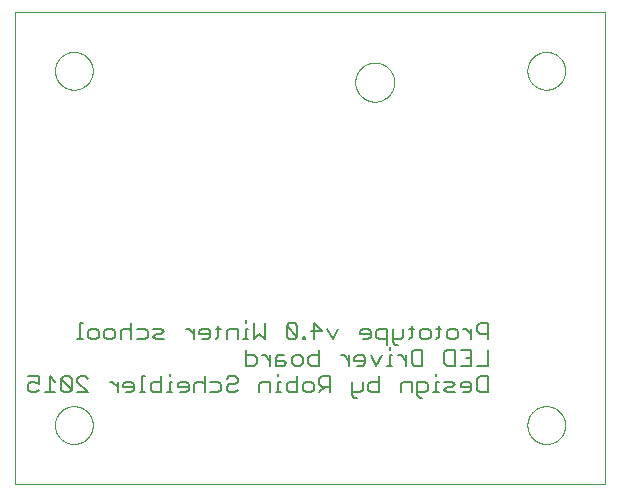
<source format=gbo>
G75*
%MOIN*%
%OFA0B0*%
%FSLAX25Y25*%
%IPPOS*%
%LPD*%
%AMOC8*
5,1,8,0,0,1.08239X$1,22.5*
%
%ADD10C,0.00000*%
%ADD11C,0.00500*%
D10*
X0007378Y0007378D02*
X0007378Y0164858D01*
X0204228Y0164858D01*
X0204228Y0007378D01*
X0007378Y0007378D01*
X0020764Y0027063D02*
X0020766Y0027221D01*
X0020772Y0027379D01*
X0020782Y0027537D01*
X0020796Y0027695D01*
X0020814Y0027852D01*
X0020835Y0028009D01*
X0020861Y0028165D01*
X0020891Y0028321D01*
X0020924Y0028476D01*
X0020962Y0028629D01*
X0021003Y0028782D01*
X0021048Y0028934D01*
X0021097Y0029085D01*
X0021150Y0029234D01*
X0021206Y0029382D01*
X0021266Y0029528D01*
X0021330Y0029673D01*
X0021398Y0029816D01*
X0021469Y0029958D01*
X0021543Y0030098D01*
X0021621Y0030235D01*
X0021703Y0030371D01*
X0021787Y0030505D01*
X0021876Y0030636D01*
X0021967Y0030765D01*
X0022062Y0030892D01*
X0022159Y0031017D01*
X0022260Y0031139D01*
X0022364Y0031258D01*
X0022471Y0031375D01*
X0022581Y0031489D01*
X0022694Y0031600D01*
X0022809Y0031709D01*
X0022927Y0031814D01*
X0023048Y0031916D01*
X0023171Y0032016D01*
X0023297Y0032112D01*
X0023425Y0032205D01*
X0023555Y0032295D01*
X0023688Y0032381D01*
X0023823Y0032465D01*
X0023959Y0032544D01*
X0024098Y0032621D01*
X0024239Y0032693D01*
X0024381Y0032763D01*
X0024525Y0032828D01*
X0024671Y0032890D01*
X0024818Y0032948D01*
X0024967Y0033003D01*
X0025117Y0033054D01*
X0025268Y0033101D01*
X0025420Y0033144D01*
X0025573Y0033183D01*
X0025728Y0033219D01*
X0025883Y0033250D01*
X0026039Y0033278D01*
X0026195Y0033302D01*
X0026352Y0033322D01*
X0026510Y0033338D01*
X0026667Y0033350D01*
X0026826Y0033358D01*
X0026984Y0033362D01*
X0027142Y0033362D01*
X0027300Y0033358D01*
X0027459Y0033350D01*
X0027616Y0033338D01*
X0027774Y0033322D01*
X0027931Y0033302D01*
X0028087Y0033278D01*
X0028243Y0033250D01*
X0028398Y0033219D01*
X0028553Y0033183D01*
X0028706Y0033144D01*
X0028858Y0033101D01*
X0029009Y0033054D01*
X0029159Y0033003D01*
X0029308Y0032948D01*
X0029455Y0032890D01*
X0029601Y0032828D01*
X0029745Y0032763D01*
X0029887Y0032693D01*
X0030028Y0032621D01*
X0030167Y0032544D01*
X0030303Y0032465D01*
X0030438Y0032381D01*
X0030571Y0032295D01*
X0030701Y0032205D01*
X0030829Y0032112D01*
X0030955Y0032016D01*
X0031078Y0031916D01*
X0031199Y0031814D01*
X0031317Y0031709D01*
X0031432Y0031600D01*
X0031545Y0031489D01*
X0031655Y0031375D01*
X0031762Y0031258D01*
X0031866Y0031139D01*
X0031967Y0031017D01*
X0032064Y0030892D01*
X0032159Y0030765D01*
X0032250Y0030636D01*
X0032339Y0030505D01*
X0032423Y0030371D01*
X0032505Y0030235D01*
X0032583Y0030098D01*
X0032657Y0029958D01*
X0032728Y0029816D01*
X0032796Y0029673D01*
X0032860Y0029528D01*
X0032920Y0029382D01*
X0032976Y0029234D01*
X0033029Y0029085D01*
X0033078Y0028934D01*
X0033123Y0028782D01*
X0033164Y0028629D01*
X0033202Y0028476D01*
X0033235Y0028321D01*
X0033265Y0028165D01*
X0033291Y0028009D01*
X0033312Y0027852D01*
X0033330Y0027695D01*
X0033344Y0027537D01*
X0033354Y0027379D01*
X0033360Y0027221D01*
X0033362Y0027063D01*
X0033360Y0026905D01*
X0033354Y0026747D01*
X0033344Y0026589D01*
X0033330Y0026431D01*
X0033312Y0026274D01*
X0033291Y0026117D01*
X0033265Y0025961D01*
X0033235Y0025805D01*
X0033202Y0025650D01*
X0033164Y0025497D01*
X0033123Y0025344D01*
X0033078Y0025192D01*
X0033029Y0025041D01*
X0032976Y0024892D01*
X0032920Y0024744D01*
X0032860Y0024598D01*
X0032796Y0024453D01*
X0032728Y0024310D01*
X0032657Y0024168D01*
X0032583Y0024028D01*
X0032505Y0023891D01*
X0032423Y0023755D01*
X0032339Y0023621D01*
X0032250Y0023490D01*
X0032159Y0023361D01*
X0032064Y0023234D01*
X0031967Y0023109D01*
X0031866Y0022987D01*
X0031762Y0022868D01*
X0031655Y0022751D01*
X0031545Y0022637D01*
X0031432Y0022526D01*
X0031317Y0022417D01*
X0031199Y0022312D01*
X0031078Y0022210D01*
X0030955Y0022110D01*
X0030829Y0022014D01*
X0030701Y0021921D01*
X0030571Y0021831D01*
X0030438Y0021745D01*
X0030303Y0021661D01*
X0030167Y0021582D01*
X0030028Y0021505D01*
X0029887Y0021433D01*
X0029745Y0021363D01*
X0029601Y0021298D01*
X0029455Y0021236D01*
X0029308Y0021178D01*
X0029159Y0021123D01*
X0029009Y0021072D01*
X0028858Y0021025D01*
X0028706Y0020982D01*
X0028553Y0020943D01*
X0028398Y0020907D01*
X0028243Y0020876D01*
X0028087Y0020848D01*
X0027931Y0020824D01*
X0027774Y0020804D01*
X0027616Y0020788D01*
X0027459Y0020776D01*
X0027300Y0020768D01*
X0027142Y0020764D01*
X0026984Y0020764D01*
X0026826Y0020768D01*
X0026667Y0020776D01*
X0026510Y0020788D01*
X0026352Y0020804D01*
X0026195Y0020824D01*
X0026039Y0020848D01*
X0025883Y0020876D01*
X0025728Y0020907D01*
X0025573Y0020943D01*
X0025420Y0020982D01*
X0025268Y0021025D01*
X0025117Y0021072D01*
X0024967Y0021123D01*
X0024818Y0021178D01*
X0024671Y0021236D01*
X0024525Y0021298D01*
X0024381Y0021363D01*
X0024239Y0021433D01*
X0024098Y0021505D01*
X0023959Y0021582D01*
X0023823Y0021661D01*
X0023688Y0021745D01*
X0023555Y0021831D01*
X0023425Y0021921D01*
X0023297Y0022014D01*
X0023171Y0022110D01*
X0023048Y0022210D01*
X0022927Y0022312D01*
X0022809Y0022417D01*
X0022694Y0022526D01*
X0022581Y0022637D01*
X0022471Y0022751D01*
X0022364Y0022868D01*
X0022260Y0022987D01*
X0022159Y0023109D01*
X0022062Y0023234D01*
X0021967Y0023361D01*
X0021876Y0023490D01*
X0021787Y0023621D01*
X0021703Y0023755D01*
X0021621Y0023891D01*
X0021543Y0024028D01*
X0021469Y0024168D01*
X0021398Y0024310D01*
X0021330Y0024453D01*
X0021266Y0024598D01*
X0021206Y0024744D01*
X0021150Y0024892D01*
X0021097Y0025041D01*
X0021048Y0025192D01*
X0021003Y0025344D01*
X0020962Y0025497D01*
X0020924Y0025650D01*
X0020891Y0025805D01*
X0020861Y0025961D01*
X0020835Y0026117D01*
X0020814Y0026274D01*
X0020796Y0026431D01*
X0020782Y0026589D01*
X0020772Y0026747D01*
X0020766Y0026905D01*
X0020764Y0027063D01*
X0120878Y0141378D02*
X0120880Y0141539D01*
X0120886Y0141699D01*
X0120896Y0141860D01*
X0120910Y0142020D01*
X0120928Y0142180D01*
X0120949Y0142339D01*
X0120975Y0142498D01*
X0121005Y0142656D01*
X0121038Y0142813D01*
X0121076Y0142970D01*
X0121117Y0143125D01*
X0121162Y0143279D01*
X0121211Y0143432D01*
X0121264Y0143584D01*
X0121320Y0143735D01*
X0121381Y0143884D01*
X0121444Y0144032D01*
X0121512Y0144178D01*
X0121583Y0144322D01*
X0121657Y0144464D01*
X0121735Y0144605D01*
X0121817Y0144743D01*
X0121902Y0144880D01*
X0121990Y0145014D01*
X0122082Y0145146D01*
X0122177Y0145276D01*
X0122275Y0145404D01*
X0122376Y0145529D01*
X0122480Y0145651D01*
X0122587Y0145771D01*
X0122697Y0145888D01*
X0122810Y0146003D01*
X0122926Y0146114D01*
X0123045Y0146223D01*
X0123166Y0146328D01*
X0123290Y0146431D01*
X0123416Y0146531D01*
X0123544Y0146627D01*
X0123675Y0146720D01*
X0123809Y0146810D01*
X0123944Y0146897D01*
X0124082Y0146980D01*
X0124221Y0147060D01*
X0124363Y0147136D01*
X0124506Y0147209D01*
X0124651Y0147278D01*
X0124798Y0147344D01*
X0124946Y0147406D01*
X0125096Y0147464D01*
X0125247Y0147519D01*
X0125400Y0147570D01*
X0125554Y0147617D01*
X0125709Y0147660D01*
X0125865Y0147699D01*
X0126021Y0147735D01*
X0126179Y0147766D01*
X0126337Y0147794D01*
X0126496Y0147818D01*
X0126656Y0147838D01*
X0126816Y0147854D01*
X0126976Y0147866D01*
X0127137Y0147874D01*
X0127298Y0147878D01*
X0127458Y0147878D01*
X0127619Y0147874D01*
X0127780Y0147866D01*
X0127940Y0147854D01*
X0128100Y0147838D01*
X0128260Y0147818D01*
X0128419Y0147794D01*
X0128577Y0147766D01*
X0128735Y0147735D01*
X0128891Y0147699D01*
X0129047Y0147660D01*
X0129202Y0147617D01*
X0129356Y0147570D01*
X0129509Y0147519D01*
X0129660Y0147464D01*
X0129810Y0147406D01*
X0129958Y0147344D01*
X0130105Y0147278D01*
X0130250Y0147209D01*
X0130393Y0147136D01*
X0130535Y0147060D01*
X0130674Y0146980D01*
X0130812Y0146897D01*
X0130947Y0146810D01*
X0131081Y0146720D01*
X0131212Y0146627D01*
X0131340Y0146531D01*
X0131466Y0146431D01*
X0131590Y0146328D01*
X0131711Y0146223D01*
X0131830Y0146114D01*
X0131946Y0146003D01*
X0132059Y0145888D01*
X0132169Y0145771D01*
X0132276Y0145651D01*
X0132380Y0145529D01*
X0132481Y0145404D01*
X0132579Y0145276D01*
X0132674Y0145146D01*
X0132766Y0145014D01*
X0132854Y0144880D01*
X0132939Y0144743D01*
X0133021Y0144605D01*
X0133099Y0144464D01*
X0133173Y0144322D01*
X0133244Y0144178D01*
X0133312Y0144032D01*
X0133375Y0143884D01*
X0133436Y0143735D01*
X0133492Y0143584D01*
X0133545Y0143432D01*
X0133594Y0143279D01*
X0133639Y0143125D01*
X0133680Y0142970D01*
X0133718Y0142813D01*
X0133751Y0142656D01*
X0133781Y0142498D01*
X0133807Y0142339D01*
X0133828Y0142180D01*
X0133846Y0142020D01*
X0133860Y0141860D01*
X0133870Y0141699D01*
X0133876Y0141539D01*
X0133878Y0141378D01*
X0133876Y0141217D01*
X0133870Y0141057D01*
X0133860Y0140896D01*
X0133846Y0140736D01*
X0133828Y0140576D01*
X0133807Y0140417D01*
X0133781Y0140258D01*
X0133751Y0140100D01*
X0133718Y0139943D01*
X0133680Y0139786D01*
X0133639Y0139631D01*
X0133594Y0139477D01*
X0133545Y0139324D01*
X0133492Y0139172D01*
X0133436Y0139021D01*
X0133375Y0138872D01*
X0133312Y0138724D01*
X0133244Y0138578D01*
X0133173Y0138434D01*
X0133099Y0138292D01*
X0133021Y0138151D01*
X0132939Y0138013D01*
X0132854Y0137876D01*
X0132766Y0137742D01*
X0132674Y0137610D01*
X0132579Y0137480D01*
X0132481Y0137352D01*
X0132380Y0137227D01*
X0132276Y0137105D01*
X0132169Y0136985D01*
X0132059Y0136868D01*
X0131946Y0136753D01*
X0131830Y0136642D01*
X0131711Y0136533D01*
X0131590Y0136428D01*
X0131466Y0136325D01*
X0131340Y0136225D01*
X0131212Y0136129D01*
X0131081Y0136036D01*
X0130947Y0135946D01*
X0130812Y0135859D01*
X0130674Y0135776D01*
X0130535Y0135696D01*
X0130393Y0135620D01*
X0130250Y0135547D01*
X0130105Y0135478D01*
X0129958Y0135412D01*
X0129810Y0135350D01*
X0129660Y0135292D01*
X0129509Y0135237D01*
X0129356Y0135186D01*
X0129202Y0135139D01*
X0129047Y0135096D01*
X0128891Y0135057D01*
X0128735Y0135021D01*
X0128577Y0134990D01*
X0128419Y0134962D01*
X0128260Y0134938D01*
X0128100Y0134918D01*
X0127940Y0134902D01*
X0127780Y0134890D01*
X0127619Y0134882D01*
X0127458Y0134878D01*
X0127298Y0134878D01*
X0127137Y0134882D01*
X0126976Y0134890D01*
X0126816Y0134902D01*
X0126656Y0134918D01*
X0126496Y0134938D01*
X0126337Y0134962D01*
X0126179Y0134990D01*
X0126021Y0135021D01*
X0125865Y0135057D01*
X0125709Y0135096D01*
X0125554Y0135139D01*
X0125400Y0135186D01*
X0125247Y0135237D01*
X0125096Y0135292D01*
X0124946Y0135350D01*
X0124798Y0135412D01*
X0124651Y0135478D01*
X0124506Y0135547D01*
X0124363Y0135620D01*
X0124221Y0135696D01*
X0124082Y0135776D01*
X0123944Y0135859D01*
X0123809Y0135946D01*
X0123675Y0136036D01*
X0123544Y0136129D01*
X0123416Y0136225D01*
X0123290Y0136325D01*
X0123166Y0136428D01*
X0123045Y0136533D01*
X0122926Y0136642D01*
X0122810Y0136753D01*
X0122697Y0136868D01*
X0122587Y0136985D01*
X0122480Y0137105D01*
X0122376Y0137227D01*
X0122275Y0137352D01*
X0122177Y0137480D01*
X0122082Y0137610D01*
X0121990Y0137742D01*
X0121902Y0137876D01*
X0121817Y0138013D01*
X0121735Y0138151D01*
X0121657Y0138292D01*
X0121583Y0138434D01*
X0121512Y0138578D01*
X0121444Y0138724D01*
X0121381Y0138872D01*
X0121320Y0139021D01*
X0121264Y0139172D01*
X0121211Y0139324D01*
X0121162Y0139477D01*
X0121117Y0139631D01*
X0121076Y0139786D01*
X0121038Y0139943D01*
X0121005Y0140100D01*
X0120975Y0140258D01*
X0120949Y0140417D01*
X0120928Y0140576D01*
X0120910Y0140736D01*
X0120896Y0140896D01*
X0120886Y0141057D01*
X0120880Y0141217D01*
X0120878Y0141378D01*
X0178244Y0145173D02*
X0178246Y0145331D01*
X0178252Y0145489D01*
X0178262Y0145647D01*
X0178276Y0145805D01*
X0178294Y0145962D01*
X0178315Y0146119D01*
X0178341Y0146275D01*
X0178371Y0146431D01*
X0178404Y0146586D01*
X0178442Y0146739D01*
X0178483Y0146892D01*
X0178528Y0147044D01*
X0178577Y0147195D01*
X0178630Y0147344D01*
X0178686Y0147492D01*
X0178746Y0147638D01*
X0178810Y0147783D01*
X0178878Y0147926D01*
X0178949Y0148068D01*
X0179023Y0148208D01*
X0179101Y0148345D01*
X0179183Y0148481D01*
X0179267Y0148615D01*
X0179356Y0148746D01*
X0179447Y0148875D01*
X0179542Y0149002D01*
X0179639Y0149127D01*
X0179740Y0149249D01*
X0179844Y0149368D01*
X0179951Y0149485D01*
X0180061Y0149599D01*
X0180174Y0149710D01*
X0180289Y0149819D01*
X0180407Y0149924D01*
X0180528Y0150026D01*
X0180651Y0150126D01*
X0180777Y0150222D01*
X0180905Y0150315D01*
X0181035Y0150405D01*
X0181168Y0150491D01*
X0181303Y0150575D01*
X0181439Y0150654D01*
X0181578Y0150731D01*
X0181719Y0150803D01*
X0181861Y0150873D01*
X0182005Y0150938D01*
X0182151Y0151000D01*
X0182298Y0151058D01*
X0182447Y0151113D01*
X0182597Y0151164D01*
X0182748Y0151211D01*
X0182900Y0151254D01*
X0183053Y0151293D01*
X0183208Y0151329D01*
X0183363Y0151360D01*
X0183519Y0151388D01*
X0183675Y0151412D01*
X0183832Y0151432D01*
X0183990Y0151448D01*
X0184147Y0151460D01*
X0184306Y0151468D01*
X0184464Y0151472D01*
X0184622Y0151472D01*
X0184780Y0151468D01*
X0184939Y0151460D01*
X0185096Y0151448D01*
X0185254Y0151432D01*
X0185411Y0151412D01*
X0185567Y0151388D01*
X0185723Y0151360D01*
X0185878Y0151329D01*
X0186033Y0151293D01*
X0186186Y0151254D01*
X0186338Y0151211D01*
X0186489Y0151164D01*
X0186639Y0151113D01*
X0186788Y0151058D01*
X0186935Y0151000D01*
X0187081Y0150938D01*
X0187225Y0150873D01*
X0187367Y0150803D01*
X0187508Y0150731D01*
X0187647Y0150654D01*
X0187783Y0150575D01*
X0187918Y0150491D01*
X0188051Y0150405D01*
X0188181Y0150315D01*
X0188309Y0150222D01*
X0188435Y0150126D01*
X0188558Y0150026D01*
X0188679Y0149924D01*
X0188797Y0149819D01*
X0188912Y0149710D01*
X0189025Y0149599D01*
X0189135Y0149485D01*
X0189242Y0149368D01*
X0189346Y0149249D01*
X0189447Y0149127D01*
X0189544Y0149002D01*
X0189639Y0148875D01*
X0189730Y0148746D01*
X0189819Y0148615D01*
X0189903Y0148481D01*
X0189985Y0148345D01*
X0190063Y0148208D01*
X0190137Y0148068D01*
X0190208Y0147926D01*
X0190276Y0147783D01*
X0190340Y0147638D01*
X0190400Y0147492D01*
X0190456Y0147344D01*
X0190509Y0147195D01*
X0190558Y0147044D01*
X0190603Y0146892D01*
X0190644Y0146739D01*
X0190682Y0146586D01*
X0190715Y0146431D01*
X0190745Y0146275D01*
X0190771Y0146119D01*
X0190792Y0145962D01*
X0190810Y0145805D01*
X0190824Y0145647D01*
X0190834Y0145489D01*
X0190840Y0145331D01*
X0190842Y0145173D01*
X0190840Y0145015D01*
X0190834Y0144857D01*
X0190824Y0144699D01*
X0190810Y0144541D01*
X0190792Y0144384D01*
X0190771Y0144227D01*
X0190745Y0144071D01*
X0190715Y0143915D01*
X0190682Y0143760D01*
X0190644Y0143607D01*
X0190603Y0143454D01*
X0190558Y0143302D01*
X0190509Y0143151D01*
X0190456Y0143002D01*
X0190400Y0142854D01*
X0190340Y0142708D01*
X0190276Y0142563D01*
X0190208Y0142420D01*
X0190137Y0142278D01*
X0190063Y0142138D01*
X0189985Y0142001D01*
X0189903Y0141865D01*
X0189819Y0141731D01*
X0189730Y0141600D01*
X0189639Y0141471D01*
X0189544Y0141344D01*
X0189447Y0141219D01*
X0189346Y0141097D01*
X0189242Y0140978D01*
X0189135Y0140861D01*
X0189025Y0140747D01*
X0188912Y0140636D01*
X0188797Y0140527D01*
X0188679Y0140422D01*
X0188558Y0140320D01*
X0188435Y0140220D01*
X0188309Y0140124D01*
X0188181Y0140031D01*
X0188051Y0139941D01*
X0187918Y0139855D01*
X0187783Y0139771D01*
X0187647Y0139692D01*
X0187508Y0139615D01*
X0187367Y0139543D01*
X0187225Y0139473D01*
X0187081Y0139408D01*
X0186935Y0139346D01*
X0186788Y0139288D01*
X0186639Y0139233D01*
X0186489Y0139182D01*
X0186338Y0139135D01*
X0186186Y0139092D01*
X0186033Y0139053D01*
X0185878Y0139017D01*
X0185723Y0138986D01*
X0185567Y0138958D01*
X0185411Y0138934D01*
X0185254Y0138914D01*
X0185096Y0138898D01*
X0184939Y0138886D01*
X0184780Y0138878D01*
X0184622Y0138874D01*
X0184464Y0138874D01*
X0184306Y0138878D01*
X0184147Y0138886D01*
X0183990Y0138898D01*
X0183832Y0138914D01*
X0183675Y0138934D01*
X0183519Y0138958D01*
X0183363Y0138986D01*
X0183208Y0139017D01*
X0183053Y0139053D01*
X0182900Y0139092D01*
X0182748Y0139135D01*
X0182597Y0139182D01*
X0182447Y0139233D01*
X0182298Y0139288D01*
X0182151Y0139346D01*
X0182005Y0139408D01*
X0181861Y0139473D01*
X0181719Y0139543D01*
X0181578Y0139615D01*
X0181439Y0139692D01*
X0181303Y0139771D01*
X0181168Y0139855D01*
X0181035Y0139941D01*
X0180905Y0140031D01*
X0180777Y0140124D01*
X0180651Y0140220D01*
X0180528Y0140320D01*
X0180407Y0140422D01*
X0180289Y0140527D01*
X0180174Y0140636D01*
X0180061Y0140747D01*
X0179951Y0140861D01*
X0179844Y0140978D01*
X0179740Y0141097D01*
X0179639Y0141219D01*
X0179542Y0141344D01*
X0179447Y0141471D01*
X0179356Y0141600D01*
X0179267Y0141731D01*
X0179183Y0141865D01*
X0179101Y0142001D01*
X0179023Y0142138D01*
X0178949Y0142278D01*
X0178878Y0142420D01*
X0178810Y0142563D01*
X0178746Y0142708D01*
X0178686Y0142854D01*
X0178630Y0143002D01*
X0178577Y0143151D01*
X0178528Y0143302D01*
X0178483Y0143454D01*
X0178442Y0143607D01*
X0178404Y0143760D01*
X0178371Y0143915D01*
X0178341Y0144071D01*
X0178315Y0144227D01*
X0178294Y0144384D01*
X0178276Y0144541D01*
X0178262Y0144699D01*
X0178252Y0144857D01*
X0178246Y0145015D01*
X0178244Y0145173D01*
X0178244Y0027063D02*
X0178246Y0027221D01*
X0178252Y0027379D01*
X0178262Y0027537D01*
X0178276Y0027695D01*
X0178294Y0027852D01*
X0178315Y0028009D01*
X0178341Y0028165D01*
X0178371Y0028321D01*
X0178404Y0028476D01*
X0178442Y0028629D01*
X0178483Y0028782D01*
X0178528Y0028934D01*
X0178577Y0029085D01*
X0178630Y0029234D01*
X0178686Y0029382D01*
X0178746Y0029528D01*
X0178810Y0029673D01*
X0178878Y0029816D01*
X0178949Y0029958D01*
X0179023Y0030098D01*
X0179101Y0030235D01*
X0179183Y0030371D01*
X0179267Y0030505D01*
X0179356Y0030636D01*
X0179447Y0030765D01*
X0179542Y0030892D01*
X0179639Y0031017D01*
X0179740Y0031139D01*
X0179844Y0031258D01*
X0179951Y0031375D01*
X0180061Y0031489D01*
X0180174Y0031600D01*
X0180289Y0031709D01*
X0180407Y0031814D01*
X0180528Y0031916D01*
X0180651Y0032016D01*
X0180777Y0032112D01*
X0180905Y0032205D01*
X0181035Y0032295D01*
X0181168Y0032381D01*
X0181303Y0032465D01*
X0181439Y0032544D01*
X0181578Y0032621D01*
X0181719Y0032693D01*
X0181861Y0032763D01*
X0182005Y0032828D01*
X0182151Y0032890D01*
X0182298Y0032948D01*
X0182447Y0033003D01*
X0182597Y0033054D01*
X0182748Y0033101D01*
X0182900Y0033144D01*
X0183053Y0033183D01*
X0183208Y0033219D01*
X0183363Y0033250D01*
X0183519Y0033278D01*
X0183675Y0033302D01*
X0183832Y0033322D01*
X0183990Y0033338D01*
X0184147Y0033350D01*
X0184306Y0033358D01*
X0184464Y0033362D01*
X0184622Y0033362D01*
X0184780Y0033358D01*
X0184939Y0033350D01*
X0185096Y0033338D01*
X0185254Y0033322D01*
X0185411Y0033302D01*
X0185567Y0033278D01*
X0185723Y0033250D01*
X0185878Y0033219D01*
X0186033Y0033183D01*
X0186186Y0033144D01*
X0186338Y0033101D01*
X0186489Y0033054D01*
X0186639Y0033003D01*
X0186788Y0032948D01*
X0186935Y0032890D01*
X0187081Y0032828D01*
X0187225Y0032763D01*
X0187367Y0032693D01*
X0187508Y0032621D01*
X0187647Y0032544D01*
X0187783Y0032465D01*
X0187918Y0032381D01*
X0188051Y0032295D01*
X0188181Y0032205D01*
X0188309Y0032112D01*
X0188435Y0032016D01*
X0188558Y0031916D01*
X0188679Y0031814D01*
X0188797Y0031709D01*
X0188912Y0031600D01*
X0189025Y0031489D01*
X0189135Y0031375D01*
X0189242Y0031258D01*
X0189346Y0031139D01*
X0189447Y0031017D01*
X0189544Y0030892D01*
X0189639Y0030765D01*
X0189730Y0030636D01*
X0189819Y0030505D01*
X0189903Y0030371D01*
X0189985Y0030235D01*
X0190063Y0030098D01*
X0190137Y0029958D01*
X0190208Y0029816D01*
X0190276Y0029673D01*
X0190340Y0029528D01*
X0190400Y0029382D01*
X0190456Y0029234D01*
X0190509Y0029085D01*
X0190558Y0028934D01*
X0190603Y0028782D01*
X0190644Y0028629D01*
X0190682Y0028476D01*
X0190715Y0028321D01*
X0190745Y0028165D01*
X0190771Y0028009D01*
X0190792Y0027852D01*
X0190810Y0027695D01*
X0190824Y0027537D01*
X0190834Y0027379D01*
X0190840Y0027221D01*
X0190842Y0027063D01*
X0190840Y0026905D01*
X0190834Y0026747D01*
X0190824Y0026589D01*
X0190810Y0026431D01*
X0190792Y0026274D01*
X0190771Y0026117D01*
X0190745Y0025961D01*
X0190715Y0025805D01*
X0190682Y0025650D01*
X0190644Y0025497D01*
X0190603Y0025344D01*
X0190558Y0025192D01*
X0190509Y0025041D01*
X0190456Y0024892D01*
X0190400Y0024744D01*
X0190340Y0024598D01*
X0190276Y0024453D01*
X0190208Y0024310D01*
X0190137Y0024168D01*
X0190063Y0024028D01*
X0189985Y0023891D01*
X0189903Y0023755D01*
X0189819Y0023621D01*
X0189730Y0023490D01*
X0189639Y0023361D01*
X0189544Y0023234D01*
X0189447Y0023109D01*
X0189346Y0022987D01*
X0189242Y0022868D01*
X0189135Y0022751D01*
X0189025Y0022637D01*
X0188912Y0022526D01*
X0188797Y0022417D01*
X0188679Y0022312D01*
X0188558Y0022210D01*
X0188435Y0022110D01*
X0188309Y0022014D01*
X0188181Y0021921D01*
X0188051Y0021831D01*
X0187918Y0021745D01*
X0187783Y0021661D01*
X0187647Y0021582D01*
X0187508Y0021505D01*
X0187367Y0021433D01*
X0187225Y0021363D01*
X0187081Y0021298D01*
X0186935Y0021236D01*
X0186788Y0021178D01*
X0186639Y0021123D01*
X0186489Y0021072D01*
X0186338Y0021025D01*
X0186186Y0020982D01*
X0186033Y0020943D01*
X0185878Y0020907D01*
X0185723Y0020876D01*
X0185567Y0020848D01*
X0185411Y0020824D01*
X0185254Y0020804D01*
X0185096Y0020788D01*
X0184939Y0020776D01*
X0184780Y0020768D01*
X0184622Y0020764D01*
X0184464Y0020764D01*
X0184306Y0020768D01*
X0184147Y0020776D01*
X0183990Y0020788D01*
X0183832Y0020804D01*
X0183675Y0020824D01*
X0183519Y0020848D01*
X0183363Y0020876D01*
X0183208Y0020907D01*
X0183053Y0020943D01*
X0182900Y0020982D01*
X0182748Y0021025D01*
X0182597Y0021072D01*
X0182447Y0021123D01*
X0182298Y0021178D01*
X0182151Y0021236D01*
X0182005Y0021298D01*
X0181861Y0021363D01*
X0181719Y0021433D01*
X0181578Y0021505D01*
X0181439Y0021582D01*
X0181303Y0021661D01*
X0181168Y0021745D01*
X0181035Y0021831D01*
X0180905Y0021921D01*
X0180777Y0022014D01*
X0180651Y0022110D01*
X0180528Y0022210D01*
X0180407Y0022312D01*
X0180289Y0022417D01*
X0180174Y0022526D01*
X0180061Y0022637D01*
X0179951Y0022751D01*
X0179844Y0022868D01*
X0179740Y0022987D01*
X0179639Y0023109D01*
X0179542Y0023234D01*
X0179447Y0023361D01*
X0179356Y0023490D01*
X0179267Y0023621D01*
X0179183Y0023755D01*
X0179101Y0023891D01*
X0179023Y0024028D01*
X0178949Y0024168D01*
X0178878Y0024310D01*
X0178810Y0024453D01*
X0178746Y0024598D01*
X0178686Y0024744D01*
X0178630Y0024892D01*
X0178577Y0025041D01*
X0178528Y0025192D01*
X0178483Y0025344D01*
X0178442Y0025497D01*
X0178404Y0025650D01*
X0178371Y0025805D01*
X0178341Y0025961D01*
X0178315Y0026117D01*
X0178294Y0026274D01*
X0178276Y0026431D01*
X0178262Y0026589D01*
X0178252Y0026747D01*
X0178246Y0026905D01*
X0178244Y0027063D01*
X0020764Y0145173D02*
X0020766Y0145331D01*
X0020772Y0145489D01*
X0020782Y0145647D01*
X0020796Y0145805D01*
X0020814Y0145962D01*
X0020835Y0146119D01*
X0020861Y0146275D01*
X0020891Y0146431D01*
X0020924Y0146586D01*
X0020962Y0146739D01*
X0021003Y0146892D01*
X0021048Y0147044D01*
X0021097Y0147195D01*
X0021150Y0147344D01*
X0021206Y0147492D01*
X0021266Y0147638D01*
X0021330Y0147783D01*
X0021398Y0147926D01*
X0021469Y0148068D01*
X0021543Y0148208D01*
X0021621Y0148345D01*
X0021703Y0148481D01*
X0021787Y0148615D01*
X0021876Y0148746D01*
X0021967Y0148875D01*
X0022062Y0149002D01*
X0022159Y0149127D01*
X0022260Y0149249D01*
X0022364Y0149368D01*
X0022471Y0149485D01*
X0022581Y0149599D01*
X0022694Y0149710D01*
X0022809Y0149819D01*
X0022927Y0149924D01*
X0023048Y0150026D01*
X0023171Y0150126D01*
X0023297Y0150222D01*
X0023425Y0150315D01*
X0023555Y0150405D01*
X0023688Y0150491D01*
X0023823Y0150575D01*
X0023959Y0150654D01*
X0024098Y0150731D01*
X0024239Y0150803D01*
X0024381Y0150873D01*
X0024525Y0150938D01*
X0024671Y0151000D01*
X0024818Y0151058D01*
X0024967Y0151113D01*
X0025117Y0151164D01*
X0025268Y0151211D01*
X0025420Y0151254D01*
X0025573Y0151293D01*
X0025728Y0151329D01*
X0025883Y0151360D01*
X0026039Y0151388D01*
X0026195Y0151412D01*
X0026352Y0151432D01*
X0026510Y0151448D01*
X0026667Y0151460D01*
X0026826Y0151468D01*
X0026984Y0151472D01*
X0027142Y0151472D01*
X0027300Y0151468D01*
X0027459Y0151460D01*
X0027616Y0151448D01*
X0027774Y0151432D01*
X0027931Y0151412D01*
X0028087Y0151388D01*
X0028243Y0151360D01*
X0028398Y0151329D01*
X0028553Y0151293D01*
X0028706Y0151254D01*
X0028858Y0151211D01*
X0029009Y0151164D01*
X0029159Y0151113D01*
X0029308Y0151058D01*
X0029455Y0151000D01*
X0029601Y0150938D01*
X0029745Y0150873D01*
X0029887Y0150803D01*
X0030028Y0150731D01*
X0030167Y0150654D01*
X0030303Y0150575D01*
X0030438Y0150491D01*
X0030571Y0150405D01*
X0030701Y0150315D01*
X0030829Y0150222D01*
X0030955Y0150126D01*
X0031078Y0150026D01*
X0031199Y0149924D01*
X0031317Y0149819D01*
X0031432Y0149710D01*
X0031545Y0149599D01*
X0031655Y0149485D01*
X0031762Y0149368D01*
X0031866Y0149249D01*
X0031967Y0149127D01*
X0032064Y0149002D01*
X0032159Y0148875D01*
X0032250Y0148746D01*
X0032339Y0148615D01*
X0032423Y0148481D01*
X0032505Y0148345D01*
X0032583Y0148208D01*
X0032657Y0148068D01*
X0032728Y0147926D01*
X0032796Y0147783D01*
X0032860Y0147638D01*
X0032920Y0147492D01*
X0032976Y0147344D01*
X0033029Y0147195D01*
X0033078Y0147044D01*
X0033123Y0146892D01*
X0033164Y0146739D01*
X0033202Y0146586D01*
X0033235Y0146431D01*
X0033265Y0146275D01*
X0033291Y0146119D01*
X0033312Y0145962D01*
X0033330Y0145805D01*
X0033344Y0145647D01*
X0033354Y0145489D01*
X0033360Y0145331D01*
X0033362Y0145173D01*
X0033360Y0145015D01*
X0033354Y0144857D01*
X0033344Y0144699D01*
X0033330Y0144541D01*
X0033312Y0144384D01*
X0033291Y0144227D01*
X0033265Y0144071D01*
X0033235Y0143915D01*
X0033202Y0143760D01*
X0033164Y0143607D01*
X0033123Y0143454D01*
X0033078Y0143302D01*
X0033029Y0143151D01*
X0032976Y0143002D01*
X0032920Y0142854D01*
X0032860Y0142708D01*
X0032796Y0142563D01*
X0032728Y0142420D01*
X0032657Y0142278D01*
X0032583Y0142138D01*
X0032505Y0142001D01*
X0032423Y0141865D01*
X0032339Y0141731D01*
X0032250Y0141600D01*
X0032159Y0141471D01*
X0032064Y0141344D01*
X0031967Y0141219D01*
X0031866Y0141097D01*
X0031762Y0140978D01*
X0031655Y0140861D01*
X0031545Y0140747D01*
X0031432Y0140636D01*
X0031317Y0140527D01*
X0031199Y0140422D01*
X0031078Y0140320D01*
X0030955Y0140220D01*
X0030829Y0140124D01*
X0030701Y0140031D01*
X0030571Y0139941D01*
X0030438Y0139855D01*
X0030303Y0139771D01*
X0030167Y0139692D01*
X0030028Y0139615D01*
X0029887Y0139543D01*
X0029745Y0139473D01*
X0029601Y0139408D01*
X0029455Y0139346D01*
X0029308Y0139288D01*
X0029159Y0139233D01*
X0029009Y0139182D01*
X0028858Y0139135D01*
X0028706Y0139092D01*
X0028553Y0139053D01*
X0028398Y0139017D01*
X0028243Y0138986D01*
X0028087Y0138958D01*
X0027931Y0138934D01*
X0027774Y0138914D01*
X0027616Y0138898D01*
X0027459Y0138886D01*
X0027300Y0138878D01*
X0027142Y0138874D01*
X0026984Y0138874D01*
X0026826Y0138878D01*
X0026667Y0138886D01*
X0026510Y0138898D01*
X0026352Y0138914D01*
X0026195Y0138934D01*
X0026039Y0138958D01*
X0025883Y0138986D01*
X0025728Y0139017D01*
X0025573Y0139053D01*
X0025420Y0139092D01*
X0025268Y0139135D01*
X0025117Y0139182D01*
X0024967Y0139233D01*
X0024818Y0139288D01*
X0024671Y0139346D01*
X0024525Y0139408D01*
X0024381Y0139473D01*
X0024239Y0139543D01*
X0024098Y0139615D01*
X0023959Y0139692D01*
X0023823Y0139771D01*
X0023688Y0139855D01*
X0023555Y0139941D01*
X0023425Y0140031D01*
X0023297Y0140124D01*
X0023171Y0140220D01*
X0023048Y0140320D01*
X0022927Y0140422D01*
X0022809Y0140527D01*
X0022694Y0140636D01*
X0022581Y0140747D01*
X0022471Y0140861D01*
X0022364Y0140978D01*
X0022260Y0141097D01*
X0022159Y0141219D01*
X0022062Y0141344D01*
X0021967Y0141471D01*
X0021876Y0141600D01*
X0021787Y0141731D01*
X0021703Y0141865D01*
X0021621Y0142001D01*
X0021543Y0142138D01*
X0021469Y0142278D01*
X0021398Y0142420D01*
X0021330Y0142563D01*
X0021266Y0142708D01*
X0021206Y0142854D01*
X0021150Y0143002D01*
X0021097Y0143151D01*
X0021048Y0143302D01*
X0021003Y0143454D01*
X0020962Y0143607D01*
X0020924Y0143760D01*
X0020891Y0143915D01*
X0020861Y0144071D01*
X0020835Y0144227D01*
X0020814Y0144384D01*
X0020796Y0144541D01*
X0020782Y0144699D01*
X0020772Y0144857D01*
X0020766Y0145015D01*
X0020764Y0145173D01*
D11*
X0029064Y0061070D02*
X0029064Y0055659D01*
X0029966Y0055659D02*
X0028162Y0055659D01*
X0031797Y0056561D02*
X0031797Y0058365D01*
X0032698Y0059266D01*
X0034502Y0059266D01*
X0035403Y0058365D01*
X0035403Y0056561D01*
X0034502Y0055659D01*
X0032698Y0055659D01*
X0031797Y0056561D01*
X0029966Y0061070D02*
X0029064Y0061070D01*
X0037234Y0058365D02*
X0037234Y0056561D01*
X0038136Y0055659D01*
X0039939Y0055659D01*
X0040841Y0056561D01*
X0040841Y0058365D01*
X0039939Y0059266D01*
X0038136Y0059266D01*
X0037234Y0058365D01*
X0042672Y0058365D02*
X0042672Y0055659D01*
X0042672Y0058365D02*
X0043574Y0059266D01*
X0045377Y0059266D01*
X0046279Y0058365D01*
X0048110Y0059266D02*
X0050815Y0059266D01*
X0051716Y0058365D01*
X0051716Y0056561D01*
X0050815Y0055659D01*
X0048110Y0055659D01*
X0046279Y0055659D02*
X0046279Y0061070D01*
X0053547Y0059266D02*
X0056252Y0059266D01*
X0057154Y0058365D01*
X0056252Y0057463D01*
X0054449Y0057463D01*
X0053547Y0056561D01*
X0054449Y0055659D01*
X0057154Y0055659D01*
X0064418Y0059266D02*
X0065320Y0059266D01*
X0067123Y0057463D01*
X0067123Y0059266D02*
X0067123Y0055659D01*
X0068954Y0057463D02*
X0072561Y0057463D01*
X0072561Y0056561D02*
X0072561Y0058365D01*
X0071659Y0059266D01*
X0069856Y0059266D01*
X0068954Y0058365D01*
X0068954Y0057463D01*
X0069856Y0055659D02*
X0071659Y0055659D01*
X0072561Y0056561D01*
X0074383Y0055659D02*
X0075284Y0056561D01*
X0075284Y0060168D01*
X0074383Y0059266D02*
X0076186Y0059266D01*
X0078017Y0058365D02*
X0078017Y0055659D01*
X0081624Y0055659D02*
X0081624Y0059266D01*
X0078919Y0059266D01*
X0078017Y0058365D01*
X0083446Y0055659D02*
X0085249Y0055659D01*
X0084347Y0055659D02*
X0084347Y0059266D01*
X0085249Y0059266D01*
X0084347Y0061070D02*
X0084347Y0061971D01*
X0087080Y0061070D02*
X0087080Y0055659D01*
X0088883Y0057463D01*
X0090687Y0055659D01*
X0090687Y0061070D01*
X0097955Y0060168D02*
X0097955Y0056561D01*
X0098857Y0055659D01*
X0100660Y0055659D01*
X0101562Y0056561D01*
X0097955Y0060168D01*
X0098857Y0061070D01*
X0100660Y0061070D01*
X0101562Y0060168D01*
X0101562Y0056561D01*
X0103379Y0056561D02*
X0103379Y0055659D01*
X0104281Y0055659D01*
X0104281Y0056561D01*
X0103379Y0056561D01*
X0106112Y0058365D02*
X0109719Y0058365D01*
X0107014Y0061070D01*
X0107014Y0055659D01*
X0108812Y0052211D02*
X0108812Y0046801D01*
X0106107Y0046801D01*
X0105206Y0047703D01*
X0105206Y0049506D01*
X0106107Y0050408D01*
X0108812Y0050408D01*
X0103375Y0049506D02*
X0103375Y0047703D01*
X0102473Y0046801D01*
X0100670Y0046801D01*
X0099768Y0047703D01*
X0099768Y0049506D01*
X0100670Y0050408D01*
X0102473Y0050408D01*
X0103375Y0049506D01*
X0097937Y0047703D02*
X0097035Y0048605D01*
X0094330Y0048605D01*
X0094330Y0049506D02*
X0094330Y0046801D01*
X0097035Y0046801D01*
X0097937Y0047703D01*
X0097035Y0050408D02*
X0095232Y0050408D01*
X0094330Y0049506D01*
X0092499Y0048605D02*
X0090696Y0050408D01*
X0089794Y0050408D01*
X0087968Y0049506D02*
X0087968Y0047703D01*
X0087066Y0046801D01*
X0084361Y0046801D01*
X0084361Y0052211D01*
X0084361Y0050408D02*
X0087066Y0050408D01*
X0087968Y0049506D01*
X0092499Y0050408D02*
X0092499Y0046801D01*
X0095223Y0044255D02*
X0095223Y0043353D01*
X0095223Y0041550D02*
X0095223Y0037943D01*
X0096124Y0037943D02*
X0094321Y0037943D01*
X0092499Y0037943D02*
X0092499Y0041550D01*
X0089794Y0041550D01*
X0088892Y0040648D01*
X0088892Y0037943D01*
X0095223Y0041550D02*
X0096124Y0041550D01*
X0097955Y0040648D02*
X0098857Y0041550D01*
X0101562Y0041550D01*
X0101562Y0043353D02*
X0101562Y0037943D01*
X0098857Y0037943D01*
X0097955Y0038845D01*
X0097955Y0040648D01*
X0103393Y0040648D02*
X0104295Y0041550D01*
X0106098Y0041550D01*
X0107000Y0040648D01*
X0107000Y0038845D01*
X0106098Y0037943D01*
X0104295Y0037943D01*
X0103393Y0038845D01*
X0103393Y0040648D01*
X0108831Y0040648D02*
X0109732Y0039746D01*
X0112437Y0039746D01*
X0110634Y0039746D02*
X0108831Y0037943D01*
X0108831Y0040648D02*
X0108831Y0042451D01*
X0109732Y0043353D01*
X0112437Y0043353D01*
X0112437Y0037943D01*
X0119706Y0037943D02*
X0122411Y0037943D01*
X0123313Y0038845D01*
X0123313Y0041550D01*
X0125144Y0040648D02*
X0126046Y0041550D01*
X0128751Y0041550D01*
X0128751Y0043353D02*
X0128751Y0037943D01*
X0126046Y0037943D01*
X0125144Y0038845D01*
X0125144Y0040648D01*
X0119706Y0041550D02*
X0119706Y0037041D01*
X0120608Y0036140D01*
X0121509Y0036140D01*
X0121514Y0046801D02*
X0123317Y0046801D01*
X0124219Y0047703D01*
X0124219Y0049506D01*
X0123317Y0050408D01*
X0121514Y0050408D01*
X0120612Y0049506D01*
X0120612Y0048605D01*
X0124219Y0048605D01*
X0126050Y0050408D02*
X0127853Y0046801D01*
X0129657Y0050408D01*
X0132380Y0050408D02*
X0132380Y0046801D01*
X0131479Y0046801D02*
X0133282Y0046801D01*
X0136010Y0050408D02*
X0137813Y0048605D01*
X0137813Y0050408D02*
X0137813Y0046801D01*
X0139644Y0047703D02*
X0139644Y0051310D01*
X0140546Y0052211D01*
X0143251Y0052211D01*
X0143251Y0046801D01*
X0140546Y0046801D01*
X0139644Y0047703D01*
X0136010Y0050408D02*
X0135108Y0050408D01*
X0133282Y0050408D02*
X0132380Y0050408D01*
X0132380Y0052211D02*
X0132380Y0053113D01*
X0131469Y0053856D02*
X0131469Y0059266D01*
X0128764Y0059266D01*
X0127863Y0058365D01*
X0127863Y0056561D01*
X0128764Y0055659D01*
X0131469Y0055659D01*
X0133300Y0055659D02*
X0136005Y0055659D01*
X0136907Y0056561D01*
X0136907Y0059266D01*
X0138729Y0059266D02*
X0140532Y0059266D01*
X0139631Y0060168D02*
X0139631Y0056561D01*
X0138729Y0055659D01*
X0142363Y0056561D02*
X0142363Y0058365D01*
X0143265Y0059266D01*
X0145068Y0059266D01*
X0145970Y0058365D01*
X0145970Y0056561D01*
X0145068Y0055659D01*
X0143265Y0055659D01*
X0142363Y0056561D01*
X0147792Y0055659D02*
X0148693Y0056561D01*
X0148693Y0060168D01*
X0147792Y0059266D02*
X0149595Y0059266D01*
X0151426Y0058365D02*
X0151426Y0056561D01*
X0152328Y0055659D01*
X0154131Y0055659D01*
X0155033Y0056561D01*
X0155033Y0058365D01*
X0154131Y0059266D01*
X0152328Y0059266D01*
X0151426Y0058365D01*
X0156859Y0059266D02*
X0157761Y0059266D01*
X0159564Y0057463D01*
X0159564Y0059266D02*
X0159564Y0055659D01*
X0161395Y0058365D02*
X0162297Y0057463D01*
X0165002Y0057463D01*
X0165002Y0055659D02*
X0165002Y0061070D01*
X0162297Y0061070D01*
X0161395Y0060168D01*
X0161395Y0058365D01*
X0159564Y0052211D02*
X0155958Y0052211D01*
X0154127Y0052211D02*
X0151421Y0052211D01*
X0150520Y0051310D01*
X0150520Y0047703D01*
X0151421Y0046801D01*
X0154127Y0046801D01*
X0154127Y0052211D01*
X0157761Y0049506D02*
X0159564Y0049506D01*
X0159564Y0052211D02*
X0159564Y0046801D01*
X0155958Y0046801D01*
X0156859Y0041550D02*
X0155958Y0040648D01*
X0155958Y0039746D01*
X0159564Y0039746D01*
X0159564Y0038845D02*
X0159564Y0040648D01*
X0158663Y0041550D01*
X0156859Y0041550D01*
X0154127Y0040648D02*
X0153225Y0041550D01*
X0150520Y0041550D01*
X0148689Y0041550D02*
X0147787Y0041550D01*
X0147787Y0037943D01*
X0148689Y0037943D02*
X0146885Y0037943D01*
X0145064Y0038845D02*
X0144162Y0037943D01*
X0141457Y0037943D01*
X0141457Y0037041D02*
X0141457Y0041550D01*
X0144162Y0041550D01*
X0145064Y0040648D01*
X0145064Y0038845D01*
X0142359Y0036140D02*
X0141457Y0037041D01*
X0142359Y0036140D02*
X0143260Y0036140D01*
X0139626Y0037943D02*
X0139626Y0041550D01*
X0136921Y0041550D01*
X0136019Y0040648D01*
X0136019Y0037943D01*
X0147787Y0043353D02*
X0147787Y0044255D01*
X0151421Y0039746D02*
X0150520Y0038845D01*
X0151421Y0037943D01*
X0154127Y0037943D01*
X0153225Y0039746D02*
X0154127Y0040648D01*
X0153225Y0039746D02*
X0151421Y0039746D01*
X0156859Y0037943D02*
X0158663Y0037943D01*
X0159564Y0038845D01*
X0161395Y0038845D02*
X0161395Y0042451D01*
X0162297Y0043353D01*
X0165002Y0043353D01*
X0165002Y0037943D01*
X0162297Y0037943D01*
X0161395Y0038845D01*
X0161395Y0046801D02*
X0165002Y0046801D01*
X0165002Y0052211D01*
X0135104Y0053856D02*
X0134202Y0053856D01*
X0133300Y0054758D01*
X0133300Y0059266D01*
X0126032Y0058365D02*
X0126032Y0056561D01*
X0125130Y0055659D01*
X0123327Y0055659D01*
X0122425Y0057463D02*
X0126032Y0057463D01*
X0126032Y0058365D02*
X0125130Y0059266D01*
X0123327Y0059266D01*
X0122425Y0058365D01*
X0122425Y0057463D01*
X0115156Y0059266D02*
X0113353Y0055659D01*
X0111550Y0059266D01*
X0116076Y0050408D02*
X0116978Y0050408D01*
X0118781Y0048605D01*
X0118781Y0050408D02*
X0118781Y0046801D01*
X0081624Y0042451D02*
X0081624Y0041550D01*
X0080722Y0040648D01*
X0078919Y0040648D01*
X0078017Y0039746D01*
X0078017Y0038845D01*
X0078919Y0037943D01*
X0080722Y0037943D01*
X0081624Y0038845D01*
X0081624Y0042451D02*
X0080722Y0043353D01*
X0078919Y0043353D01*
X0078017Y0042451D01*
X0076186Y0040648D02*
X0076186Y0038845D01*
X0075284Y0037943D01*
X0072579Y0037943D01*
X0070748Y0037943D02*
X0070748Y0043353D01*
X0069847Y0041550D02*
X0068043Y0041550D01*
X0067142Y0040648D01*
X0067142Y0037943D01*
X0065311Y0038845D02*
X0065311Y0040648D01*
X0064409Y0041550D01*
X0062606Y0041550D01*
X0061704Y0040648D01*
X0061704Y0039746D01*
X0065311Y0039746D01*
X0065311Y0038845D02*
X0064409Y0037943D01*
X0062606Y0037943D01*
X0059873Y0037943D02*
X0058070Y0037943D01*
X0058971Y0037943D02*
X0058971Y0041550D01*
X0059873Y0041550D01*
X0058971Y0043353D02*
X0058971Y0044255D01*
X0056248Y0043353D02*
X0056248Y0037943D01*
X0053543Y0037943D01*
X0052641Y0038845D01*
X0052641Y0040648D01*
X0053543Y0041550D01*
X0056248Y0041550D01*
X0050810Y0043353D02*
X0049908Y0043353D01*
X0049908Y0037943D01*
X0049007Y0037943D02*
X0050810Y0037943D01*
X0047185Y0038845D02*
X0047185Y0040648D01*
X0046283Y0041550D01*
X0044480Y0041550D01*
X0043578Y0040648D01*
X0043578Y0039746D01*
X0047185Y0039746D01*
X0047185Y0038845D02*
X0046283Y0037943D01*
X0044480Y0037943D01*
X0041747Y0037943D02*
X0041747Y0041550D01*
X0039944Y0041550D02*
X0041747Y0039746D01*
X0039944Y0041550D02*
X0039042Y0041550D01*
X0031778Y0042451D02*
X0030876Y0043353D01*
X0029073Y0043353D01*
X0028171Y0042451D01*
X0028171Y0041550D01*
X0031778Y0037943D01*
X0028171Y0037943D01*
X0026340Y0038845D02*
X0022734Y0042451D01*
X0022734Y0038845D01*
X0023635Y0037943D01*
X0025439Y0037943D01*
X0026340Y0038845D01*
X0026340Y0042451D01*
X0025439Y0043353D01*
X0023635Y0043353D01*
X0022734Y0042451D01*
X0020903Y0041550D02*
X0019099Y0043353D01*
X0019099Y0037943D01*
X0017296Y0037943D02*
X0020903Y0037943D01*
X0015465Y0038845D02*
X0014563Y0037943D01*
X0012760Y0037943D01*
X0011858Y0038845D01*
X0011858Y0040648D01*
X0012760Y0041550D01*
X0013662Y0041550D01*
X0015465Y0040648D01*
X0015465Y0043353D01*
X0011858Y0043353D01*
X0069847Y0041550D02*
X0070748Y0040648D01*
X0072579Y0041550D02*
X0075284Y0041550D01*
X0076186Y0040648D01*
M02*

</source>
